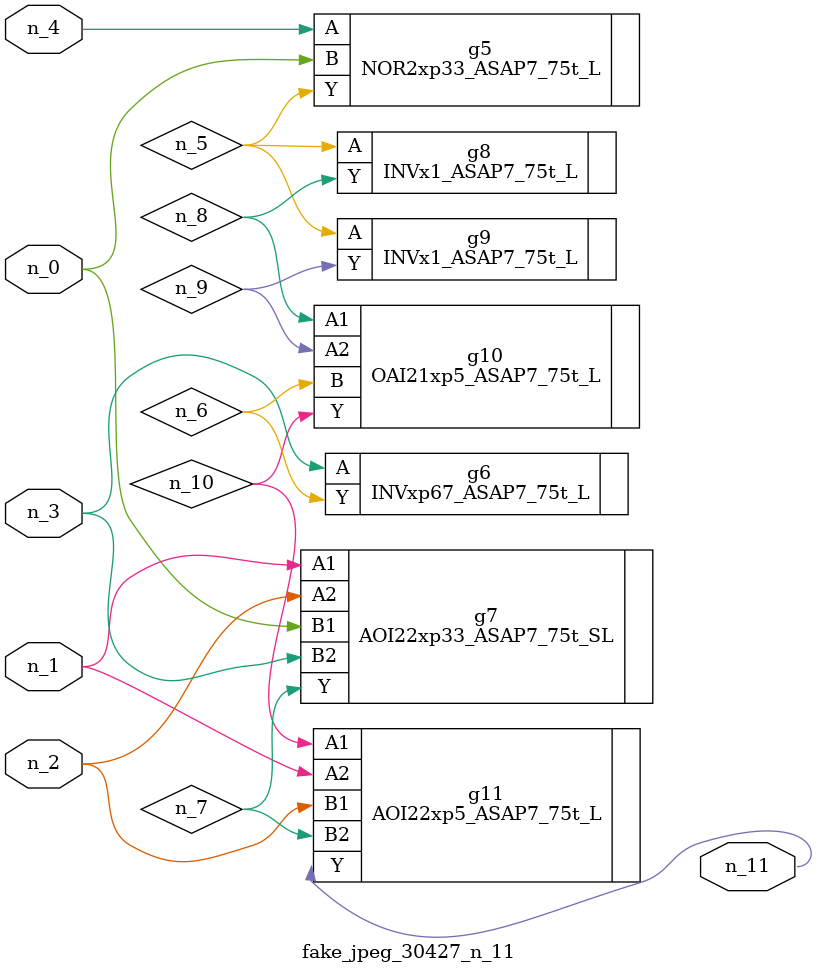
<source format=v>
module fake_jpeg_30427_n_11 (n_3, n_2, n_1, n_0, n_4, n_11);

input n_3;
input n_2;
input n_1;
input n_0;
input n_4;

output n_11;

wire n_10;
wire n_8;
wire n_9;
wire n_6;
wire n_5;
wire n_7;

NOR2xp33_ASAP7_75t_L g5 ( 
.A(n_4),
.B(n_0),
.Y(n_5)
);

INVxp67_ASAP7_75t_L g6 ( 
.A(n_3),
.Y(n_6)
);

AOI22xp33_ASAP7_75t_SL g7 ( 
.A1(n_1),
.A2(n_2),
.B1(n_0),
.B2(n_3),
.Y(n_7)
);

INVx1_ASAP7_75t_L g8 ( 
.A(n_5),
.Y(n_8)
);

OAI21xp5_ASAP7_75t_L g10 ( 
.A1(n_8),
.A2(n_9),
.B(n_6),
.Y(n_10)
);

INVx1_ASAP7_75t_L g9 ( 
.A(n_5),
.Y(n_9)
);

AOI22xp5_ASAP7_75t_L g11 ( 
.A1(n_10),
.A2(n_1),
.B1(n_2),
.B2(n_7),
.Y(n_11)
);


endmodule
</source>
